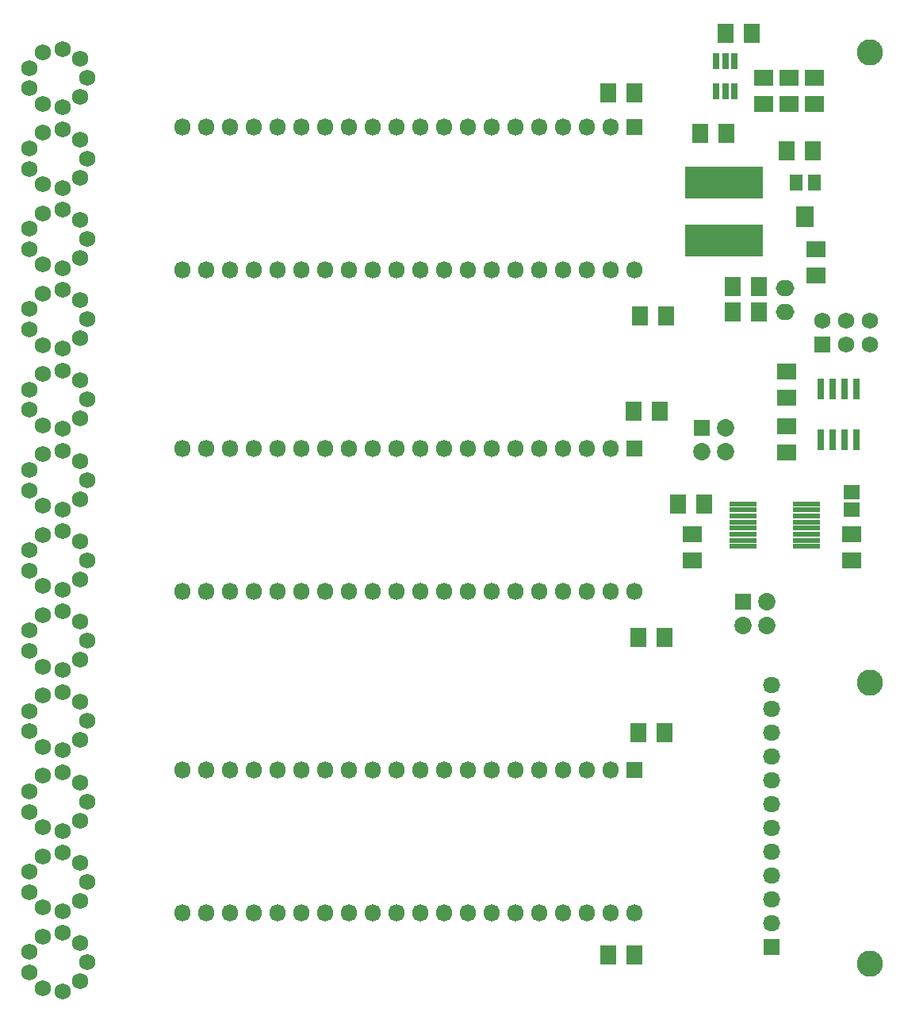
<source format=gbr>
G04 DipTrace 3.1.0.1*
G04 Panal-PCB-rev2-route-component2.TopMask.gbr*
%MOIN*%
G04 #@! TF.FileFunction,Soldermask,Top*
G04 #@! TF.Part,Single*
%ADD51C,0.11*%
%ADD61R,0.031654X0.086772*%
%ADD63R,0.118268X0.02378*%
%ADD65R,0.031654X0.071024*%
%ADD67O,0.068031X0.073031*%
%ADD69R,0.074961X0.086772*%
%ADD71R,0.055276X0.067087*%
%ADD73R,0.330866X0.134016*%
%ADD75O,0.078031X0.068031*%
%ADD77R,0.067087X0.067087*%
%ADD79C,0.073031*%
%ADD81O,0.073031X0.068031*%
%ADD83C,0.068031*%
%ADD85R,0.068031X0.068031*%
%ADD87R,0.067087X0.059213*%
%ADD89R,0.078898X0.071024*%
%ADD91R,0.071024X0.078898*%
%FSLAX26Y26*%
G04*
G70*
G90*
G75*
G01*
G04 TopMask*
%LPD*%
D91*
X2927290Y828146D3*
X3037526D3*
X3164790Y1759396D3*
X3054554D3*
X3164790Y2159396D3*
X3054554D3*
X3146039Y3109396D3*
X3035803D3*
X3171039Y3509396D3*
X3060803D3*
X2927290Y4446896D3*
X3037526D3*
D89*
X3677290Y3278147D3*
Y3167911D3*
D91*
X3425026Y4278147D3*
X3314790D3*
X3452290Y3634396D3*
X3562526D3*
X3452290Y3528147D3*
X3562526D3*
D89*
X3583541Y4509396D3*
Y4399160D3*
X3689790Y4509396D3*
Y4399160D3*
X3796039Y4509396D3*
Y4399160D3*
X3952290Y2484396D3*
Y2594633D3*
X3283541Y2484396D3*
Y2594633D3*
D91*
X3221039Y2721896D3*
X3331276D3*
D87*
X3952290Y2771896D3*
Y2697093D3*
D51*
X4028963Y1971995D3*
Y790892D3*
Y4617664D3*
D85*
X3827290Y3390646D3*
D83*
Y3490646D3*
X3927290Y3390646D3*
Y3490646D3*
X4027290Y3390646D3*
Y3490646D3*
D85*
X3614790Y859396D3*
D81*
Y959396D3*
Y1059396D3*
Y1159396D3*
Y1259396D3*
Y1359396D3*
Y1459396D3*
Y1659396D3*
Y1759396D3*
Y1859396D3*
Y1959396D3*
Y1559396D3*
D79*
X3321039Y2940646D3*
X3421039D3*
D77*
X3321039Y3040646D3*
D79*
X3421039D3*
X3496039Y2209396D3*
X3596039D3*
D77*
X3496039Y2309396D3*
D79*
X3596039D3*
D75*
X3671039Y3528147D3*
Y3628147D3*
D73*
X3414790Y4071896D3*
Y3827802D3*
D89*
X3802289Y3790647D3*
Y3680411D3*
D71*
X3796039Y4071547D3*
D69*
X3756669Y3929028D3*
D71*
X3717299Y4071508D3*
D91*
X3789790Y4203147D3*
X3679554D3*
X3533541Y4696896D3*
X3423304D3*
D89*
X3677290Y3046896D3*
Y2936660D3*
D77*
X3039790Y4303147D3*
D67*
X2939790D3*
X2839790D3*
X2739790D3*
X2639790D3*
X2539790D3*
X2439790D3*
X2339790D3*
X2239790D3*
X2139790D3*
X2039790D3*
X1939790D3*
X1839790D3*
X1739790D3*
X1639790D3*
X1539790D3*
X1439790D3*
X1339790D3*
X1239790D3*
X1139790D3*
Y3703147D3*
X1239790D3*
X1339790D3*
X1439790D3*
X1539790D3*
X1639790D3*
X1739790D3*
X1839790D3*
X1939790D3*
X2039790D3*
X2139790D3*
X2239790D3*
X2339790D3*
X2439790D3*
X2539790D3*
X2639790D3*
X2739790D3*
X2839790D3*
X2939790D3*
X3039790D3*
D77*
Y2953146D3*
D67*
X2939790D3*
X2839790D3*
X2739790D3*
X2639790D3*
X2539790D3*
X2439790D3*
X2339790D3*
X2239790D3*
X2139790D3*
X2039790D3*
X1939790D3*
X1839790D3*
X1739790D3*
X1639790D3*
X1539790D3*
X1439790D3*
X1339790D3*
X1239790D3*
X1139790D3*
Y2353146D3*
X1239790D3*
X1339790D3*
X1439790D3*
X1539790D3*
X1639790D3*
X1739790D3*
X1839790D3*
X1939790D3*
X2039790D3*
X2139790D3*
X2239790D3*
X2339790D3*
X2439790D3*
X2539790D3*
X2639790D3*
X2739790D3*
X2839790D3*
X2939790D3*
X3039790D3*
D77*
Y1603146D3*
D67*
X2939790D3*
X2839790D3*
X2739790D3*
X2639790D3*
X2539790D3*
X2439790D3*
X2339790D3*
X2239790D3*
X2139790D3*
X2039790D3*
X1939790D3*
X1839790D3*
X1739790D3*
X1639790D3*
X1539790D3*
X1439790D3*
X1339790D3*
X1239790D3*
X1139790D3*
Y1003146D3*
X1239790D3*
X1339790D3*
X1439790D3*
X1539790D3*
X1639790D3*
X1739790D3*
X1839790D3*
X1939790D3*
X2039790D3*
X2139790D3*
X2239790D3*
X2339790D3*
X2439790D3*
X2539790D3*
X2639790D3*
X2739790D3*
X2839790D3*
X2939790D3*
X3039790D3*
D65*
X3383539Y4453147D3*
X3420941D3*
X3458343D3*
Y4579131D3*
X3420941D3*
X3383539D3*
D63*
X3496039Y2721896D3*
Y2696306D3*
Y2670715D3*
Y2645125D3*
Y2619534D3*
Y2593944D3*
X3496047Y2568353D3*
X3496039Y2542762D3*
X3763362Y2542644D3*
X3763756Y2568274D3*
Y2593944D3*
Y2619534D3*
Y2645125D3*
Y2670715D3*
Y2696306D3*
Y2721896D3*
D61*
X3821039Y2990646D3*
X3871039D3*
X3921039D3*
X3971039D3*
Y3203244D3*
X3921039D3*
X3871039D3*
X3821039D3*
D83*
X739790Y4509396D3*
X709790Y4429396D3*
X635790Y4386396D3*
X551790Y4401396D3*
X496790Y4466396D3*
Y4552396D3*
X551790Y4617396D3*
X635790Y4632396D3*
X709790Y4589396D3*
X739790Y4171896D3*
X709790Y4091896D3*
X635790Y4048896D3*
X551790Y4063896D3*
X496790Y4128896D3*
Y4214896D3*
X551790Y4279896D3*
X635790Y4294896D3*
X709790Y4251896D3*
X739790Y3834396D3*
X709790Y3754396D3*
X635790Y3711396D3*
X551790Y3726396D3*
X496790Y3791396D3*
Y3877396D3*
X551790Y3942396D3*
X635790Y3957396D3*
X709790Y3914396D3*
X739790Y3496896D3*
X709790Y3416896D3*
X635790Y3373896D3*
X551790Y3388896D3*
X496790Y3453896D3*
Y3539896D3*
X551790Y3604896D3*
X635790Y3619896D3*
X709790Y3576896D3*
X739790Y3159396D3*
X709790Y3079396D3*
X635790Y3036396D3*
X551790Y3051396D3*
X496790Y3116396D3*
Y3202396D3*
X551790Y3267396D3*
X635790Y3282396D3*
X709790Y3239396D3*
X739790Y2821896D3*
X709790Y2741896D3*
X635790Y2698896D3*
X551790Y2713896D3*
X496790Y2778896D3*
Y2864896D3*
X551790Y2929896D3*
X635790Y2944896D3*
X709790Y2901896D3*
X739790Y2484396D3*
X709790Y2404396D3*
X635790Y2361396D3*
X551790Y2376396D3*
X496790Y2441396D3*
Y2527396D3*
X551790Y2592396D3*
X635790Y2607396D3*
X709790Y2564396D3*
X739790Y2146896D3*
X709790Y2066896D3*
X635790Y2023896D3*
X551790Y2038896D3*
X496790Y2103896D3*
Y2189896D3*
X551790Y2254896D3*
X635790Y2269896D3*
X709790Y2226896D3*
X739790Y1809396D3*
X709790Y1729396D3*
X635790Y1686396D3*
X551790Y1701396D3*
X496790Y1766396D3*
Y1852396D3*
X551790Y1917396D3*
X635790Y1932396D3*
X709790Y1889396D3*
X739790Y1471896D3*
X709790Y1391896D3*
X635790Y1348896D3*
X551790Y1363896D3*
X496790Y1428896D3*
Y1514896D3*
X551790Y1579896D3*
X635790Y1594896D3*
X709790Y1551896D3*
X739790Y1134396D3*
X709790Y1054396D3*
X635790Y1011396D3*
X551790Y1026396D3*
X496790Y1091396D3*
Y1177396D3*
X551790Y1242396D3*
X635790Y1257396D3*
X709790Y1214396D3*
X739790Y796896D3*
X709790Y716896D3*
X635790Y673896D3*
X551790Y688896D3*
X496790Y753896D3*
Y839896D3*
X551790Y904896D3*
X635790Y919896D3*
X709790Y876896D3*
M02*

</source>
